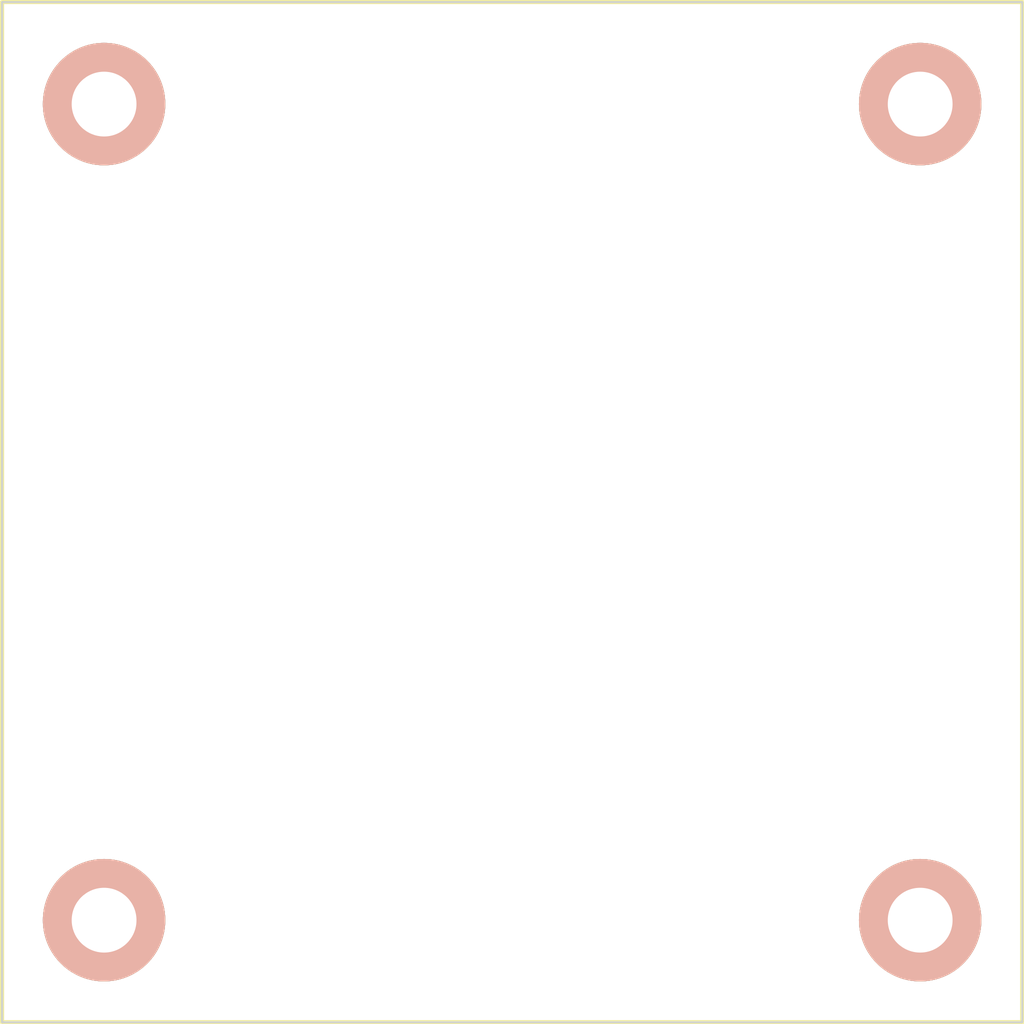
<source format=kicad_pcb>
(kicad_pcb (version 4) (host pcbnew "(2014-jul-16 BZR unknown)-product")

  (general
    (links 0)
    (no_connects 0)
    (area 99.949999 99.949999 150.050001 150.050001)
    (thickness 1.6)
    (drawings 8)
    (tracks 0)
    (zones 0)
    (modules 4)
    (nets 2)
  )

  (page A4)
  (layers
    (0 F.Cu signal)
    (31 B.Cu signal)
    (32 B.Adhes user)
    (33 F.Adhes user)
    (34 B.Paste user)
    (35 F.Paste user)
    (36 B.SilkS user)
    (37 F.SilkS user)
    (38 B.Mask user)
    (39 F.Mask user)
    (40 Dwgs.User user)
    (41 Cmts.User user)
    (42 Eco1.User user)
    (43 Eco2.User user)
    (44 Edge.Cuts user)
  )

  (setup
    (last_trace_width 0.2032)
    (user_trace_width 0.2032)
    (user_trace_width 1.016)
    (trace_clearance 0.2032)
    (zone_clearance 0.508)
    (zone_45_only no)
    (trace_min 0.2032)
    (segment_width 0.2032)
    (edge_width 0.1)
    (via_size 0.889)
    (via_drill 0.635)
    (via_min_size 0.889)
    (via_min_drill 0.508)
    (uvia_size 0.508)
    (uvia_drill 0.127)
    (uvias_allowed no)
    (uvia_min_size 0.508)
    (uvia_min_drill 0.127)
    (pcb_text_width 0.3)
    (pcb_text_size 1.5 1.5)
    (mod_edge_width 0.2032)
    (mod_text_size 1 1)
    (mod_text_width 0.15)
    (pad_size 6 6)
    (pad_drill 3.175)
    (pad_to_mask_clearance 0)
    (aux_axis_origin 0 0)
    (grid_origin 111.76 136.525)
    (visible_elements 7FFEFFFF)
    (pcbplotparams
      (layerselection 0x010f0_80000001)
      (usegerberextensions true)
      (excludeedgelayer true)
      (linewidth 0.100000)
      (plotframeref false)
      (viasonmask false)
      (mode 1)
      (useauxorigin false)
      (hpglpennumber 1)
      (hpglpenspeed 20)
      (hpglpendiameter 15)
      (hpglpenoverlay 2)
      (psnegative false)
      (psa4output false)
      (plotreference true)
      (plotvalue true)
      (plotinvisibletext false)
      (padsonsilk false)
      (subtractmaskfromsilk false)
      (outputformat 1)
      (mirror false)
      (drillshape 0)
      (scaleselection 1)
      (outputdirectory ""))
  )

  (net 0 "")
  (net 1 GND)

  (net_class Default "This is the default net class."
    (clearance 0.2032)
    (trace_width 0.2032)
    (via_dia 0.889)
    (via_drill 0.635)
    (uvia_dia 0.508)
    (uvia_drill 0.127)
  )

  (net_class Power ""
    (clearance 0.254)
    (trace_width 1.016)
    (via_dia 0.889)
    (via_drill 0.635)
    (uvia_dia 0.508)
    (uvia_drill 0.127)
  )

  (module Bus_Battery:MountingHole_3mm (layer F.Cu) (tedit 53BE1ECA) (tstamp 54B517F4)
    (at 105 105)
    (descr "Mounting hole, Befestigungsbohrung, 3mm, No Annular, Kein Restring,")
    (tags "Mounting hole, Befestigungsbohrung, 3mm, No Annular, Kein Restring,")
    (path /54B51790)
    (fp_text reference H1 (at 0 0) (layer F.SilkS)
      (effects (font (size 1.016 1.016) (thickness 0.2032)))
    )
    (fp_text value 3MM_HOLE (at 0 -4.191) (layer F.SilkS) hide
      (effects (font (size 1.016 1.016) (thickness 0.2032)))
    )
    (fp_circle (center 0 0) (end 3 0) (layer Cmts.User) (width 0.381))
    (pad 1 thru_hole circle (at 0 0) (size 6 6) (drill 3.175) (layers *.Cu *.SilkS *.Mask))
  )

  (module Bus_Battery:MountingHole_3mm (layer F.Cu) (tedit 53BE1ECA) (tstamp 54B517F8)
    (at 145 105)
    (descr "Mounting hole, Befestigungsbohrung, 3mm, No Annular, Kein Restring,")
    (tags "Mounting hole, Befestigungsbohrung, 3mm, No Annular, Kein Restring,")
    (path /54B517DC)
    (fp_text reference H2 (at 0 0) (layer F.SilkS)
      (effects (font (size 1.016 1.016) (thickness 0.2032)))
    )
    (fp_text value 3MM_HOLE (at 0 -4.191) (layer F.SilkS) hide
      (effects (font (size 1.016 1.016) (thickness 0.2032)))
    )
    (fp_circle (center 0 0) (end 3 0) (layer Cmts.User) (width 0.381))
    (pad 1 thru_hole circle (at 0 0) (size 6 6) (drill 3.175) (layers *.Cu *.SilkS *.Mask))
  )

  (module Bus_Battery:MountingHole_3mm (layer F.Cu) (tedit 53BE1ECA) (tstamp 54B517FC)
    (at 105 145)
    (descr "Mounting hole, Befestigungsbohrung, 3mm, No Annular, Kein Restring,")
    (tags "Mounting hole, Befestigungsbohrung, 3mm, No Annular, Kein Restring,")
    (path /54B51806)
    (fp_text reference H3 (at 0 0) (layer F.SilkS)
      (effects (font (size 1.016 1.016) (thickness 0.2032)))
    )
    (fp_text value 3MM_HOLE (at 0 -4.191) (layer F.SilkS) hide
      (effects (font (size 1.016 1.016) (thickness 0.2032)))
    )
    (fp_circle (center 0 0) (end 3 0) (layer Cmts.User) (width 0.381))
    (pad 1 thru_hole circle (at 0 0) (size 6 6) (drill 3.175) (layers *.Cu *.SilkS *.Mask))
  )

  (module Bus_Battery:MountingHole_3mm (layer F.Cu) (tedit 53BE1ECA) (tstamp 54B51800)
    (at 145 145)
    (descr "Mounting hole, Befestigungsbohrung, 3mm, No Annular, Kein Restring,")
    (tags "Mounting hole, Befestigungsbohrung, 3mm, No Annular, Kein Restring,")
    (path /54B5182D)
    (fp_text reference H4 (at 0 0) (layer F.SilkS)
      (effects (font (size 1.016 1.016) (thickness 0.2032)))
    )
    (fp_text value 3MM_HOLE (at 0 -4.191) (layer F.SilkS) hide
      (effects (font (size 1.016 1.016) (thickness 0.2032)))
    )
    (fp_circle (center 0 0) (end 3 0) (layer Cmts.User) (width 0.381))
    (pad 1 thru_hole circle (at 0 0) (size 6 6) (drill 3.175) (layers *.Cu *.SilkS *.Mask))
  )

  (gr_line (start 100 150) (end 100 100) (angle 90) (layer F.SilkS) (width 0.2032))
  (gr_line (start 150 150) (end 100 150) (angle 90) (layer F.SilkS) (width 0.2032))
  (gr_line (start 150 100) (end 150 150) (angle 90) (layer F.SilkS) (width 0.2032))
  (gr_line (start 100 100) (end 150 100) (angle 90) (layer F.SilkS) (width 0.2032))
  (gr_line (start 150 150) (end 150 100) (angle 90) (layer Edge.Cuts) (width 0.1))
  (gr_line (start 100 150) (end 150 150) (angle 90) (layer Edge.Cuts) (width 0.1))
  (gr_line (start 100 100) (end 100 150) (angle 90) (layer Edge.Cuts) (width 0.1))
  (gr_line (start 100 100) (end 150 100) (angle 90) (layer Edge.Cuts) (width 0.1))

  (zone (net 1) (net_name GND) (layer F.Cu) (tstamp 543D3187) (hatch edge 0.508)
    (connect_pads (clearance 0.508))
    (min_thickness 0.254)
    (fill yes (arc_segments 16) (thermal_gap 0.762) (thermal_bridge_width 0.3048))
    (polygon
      (pts
        (xy 100.06 100.025) (xy 149.96 99.925) (xy 149.96 149.925) (xy 100.06 149.925)
      )
    )
  )
  (zone (net 1) (net_name GND) (layer B.Cu) (tstamp 53EACFF1) (hatch edge 0.508)
    (connect_pads (clearance 0.508))
    (min_thickness 0.254)
    (fill yes (arc_segments 16) (thermal_gap 0.762) (thermal_bridge_width 0.3048))
    (polygon
      (pts
        (xy 100.06 149.925) (xy 100.06 100.025) (xy 149.86 100.025) (xy 149.96 149.925)
      )
    )
  )
)

</source>
